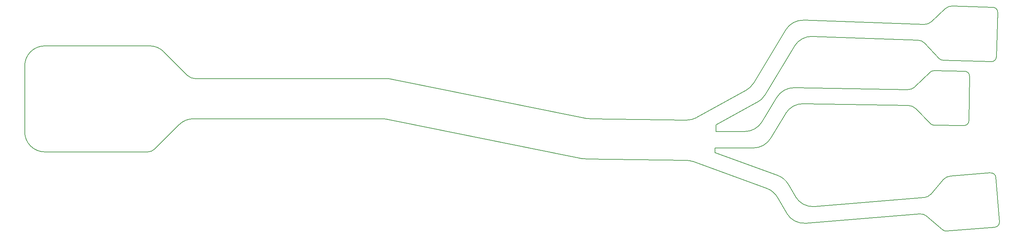
<source format=gbr>
*
G4_C Author: OrCAD GerbTool(tm) 8.1.1 Thu Jun 19 01:59:54 2003*
%LPD*%
%FSLAX34Y34*%
%MOIN*%
%AD*%
%ADD10R,0.050000X0.050000*%
%ADD11C,0.006000*%
%ADD12C,0.019000*%
%ADD13C,0.007900*%
%ADD14C,0.005000*%
%ADD15C,0.000800*%
%ADD16R,0.070000X0.025000*%
%ADD17R,0.068000X0.023000*%
%ADD18C,0.006000*%
%ADD19C,0.009800*%
%ADD20C,0.010000*%
%ADD21C,0.030000*%
%ADD22C,0.060000*%
%ADD23C,0.035000*%
%ADD24C,0.055000*%
%ADD25C,0.062980*%
%ADD26C,0.001000*%
%ADD27C,0.196840*%
G4_C OrCAD GerbTool Tool List *
G54D11*
G1X16900Y37462D2*
G75*
G2X16193Y37755I0J1000D1*
G74*
G1X12921Y30450D2*
G75*
G2X12215Y30157I-707J707D1*
G74*
G1X1997Y30158D2*
G75*
G2X-3Y32159I0J2000D1*
G74*
G1X-3Y38716D1*
G1X1997Y40716D2*
G75*
G3X-3Y38716I0J-2000D1*
G74*
G1X15343Y32873D2*
G1X12921Y30450D1*
G1X16757Y33459D2*
G75*
G3X15343Y32873I0J-2000D1*
G74*
G1X12215Y30158D2*
G1X1997Y30158D1*
G1X1997Y40716D2*
G1X12404Y40716D1*
G1X13818Y40130D2*
G1X16193Y37755D1*
G1X12404Y40716D2*
G75*
G2X13818Y40130I0J-2000D1*
G74*
G1X77384Y43270D2*
G1X89361Y42853D1*
G1X75601Y42305D2*
G75*
G2X77384Y43270I1722J-1040D1*
G74*
G1X78257Y41657D2*
G1X88722Y41292D1*
G1X76475Y40691D2*
G75*
G2X78257Y41657I1722J-1040D1*
G74*
G1X76467Y36557D2*
G1X87748Y36360D1*
G1X74720Y35590D2*
G75*
G2X76467Y36557I1707J-1031D1*
G74*
G1X77351Y34960D2*
G1X87809Y34777D1*
G1X75604Y33993D2*
G75*
G2X77351Y34960I1707J-1031D1*
G74*
G1X78464Y24716D2*
G1X89352Y25611D1*
G1X76568Y25709D2*
G75*
G3X78464Y24716I1736J1003D1*
G74*
G1X77594Y23058D2*
G1X88899Y23987D1*
G1X75699Y24052D2*
G75*
G3X77594Y23058I1736J1002D1*
G74*
G1X75601Y42305D2*
G1X72401Y36999D1*
G1X72401Y36999D2*
G75*
G2X71655Y36281I-1697J1025D1*
G74*
G1X66751Y33574D2*
G1X71655Y36281D1*
G1X65757Y33325D2*
G75*
G3X66751Y33574I28J2020D1*
G74*
G1X73536Y35819D2*
G1X76475Y40691D1*
G1X72790Y35101D2*
G75*
G3X73536Y35819I-969J1755D1*
G74*
G1X66366Y29202D2*
G75*
G3X65710Y29322I-676J-1858D1*
G74*
G1X66366Y29202D2*
G1X73733Y26521D1*
G1X74781Y25641D2*
G1X75699Y24052D1*
G1X73733Y26521D2*
G75*
G2X74781Y25641I-682J-1874D1*
G74*
G1X75863Y26931D2*
G1X76568Y25709D1*
G1X74815Y27811D2*
G75*
G2X75863Y26931I-682J-1874D1*
G74*
G1X68685Y32835D2*
G1X72790Y35101D1*
G1X68685Y32835D2*
G1X68685Y32192D1*
G1X74815Y27811D2*
G1X68579Y30080D1*
G1X68579Y30551D2*
G1X68579Y30080D1*
G1X68685Y32192D2*
G1X71541Y32192D1*
G1X73253Y33159D2*
G1X74720Y35590D1*
G1X71541Y32192D2*
G75*
G3X73253Y33159I0J2002D1*
G74*
G1X68579Y30551D2*
G1X72398Y30551D1*
G1X74111Y31518D2*
G1X75604Y33993D1*
G1X72398Y30551D2*
G75*
G3X74111Y31518I0J2002D1*
G74*
G1X56187Y33459D2*
G1X65757Y33325D1*
G1X55820Y33498D2*
G75*
G3X56187Y33459I387J1915D1*
G74*
G1X65710Y29322D2*
G1X55762Y29461D1*
G1X55762Y29461D2*
G75*
G2X55394Y29500I28J1975D1*
G74*
G1X16901Y37462D2*
G1X35959Y37462D1*
G1X36354Y37423D2*
G1X55820Y33498D1*
G1X35959Y37462D2*
G75*
G2X36354Y37423I0J-1977D1*
G74*
G1X55394Y29500D2*
G1X35954Y33420D1*
G1X35559Y33459D2*
G1X16757Y33459D1*
G1X35954Y33420D2*
G75*
G3X35559Y33459I-395J-1957D1*
G74*
G1X89422Y40976D2*
G75*
G3X88724Y41291I-729J-685D1*
G74*
G1X96670Y44045D2*
G75*
G3X96186Y44561I-500J16D1*
G74*
G1X89422Y40976D2*
G1X90855Y39449D1*
G75*
G3X91204Y39291I365J343D1*
G74*
G1X96016Y39140D1*
G1X96531Y39624D2*
G1X96670Y44045D1*
G1X96016Y39140D2*
G75*
G3X96531Y39624I16J500D1*
G74*
G1X90075Y43124D2*
G75*
G2X89359Y42854I-685J729D1*
G74*
G1X90075Y43124D2*
G1X91451Y44417D1*
G1X92167Y44687D2*
G1X96186Y44561D1*
G1X91451Y44417D2*
G75*
G2X92167Y44687I685J-729D1*
G74*
G1X88515Y34474D2*
G75*
G3X87812Y34777I-717J-697D1*
G74*
G1X88456Y36643D2*
G75*
G2X87745Y36360I-697J717D1*
G74*
G1X93868Y37691D2*
G75*
G3X93375Y38198I-500J7D1*
G74*
G1X90309Y38240D1*
G1X89954Y38099D2*
G1X88456Y36643D1*
G1X90309Y38240D2*
G75*
G3X89954Y38099I-7J-500D1*
G74*
G1X88515Y34474D2*
G1X89977Y32971D1*
G75*
G3X90328Y32820I359J349D1*
G74*
G1X93300Y32778D1*
G1X93807Y33271D2*
G1X93868Y37691D1*
G1X93300Y32778D2*
G75*
G3X93807Y33271I7J500D1*
G74*
G1X89624Y23751D2*
G75*
G3X88895Y23987I-648J-761D1*
G74*
G1X96485Y27610D2*
G75*
G3X95946Y28068I-499J-40D1*
G74*
G1X89624Y23751D2*
G1X91218Y22394D1*
G75*
G3X91582Y22276I325J381D1*
G74*
G1X96381Y22662D1*
G1X96839Y23200D2*
G1X96485Y27610D1*
G1X96381Y22662D2*
G75*
G3X96839Y23200I-40J498D1*
G74*
G1X90033Y25959D2*
G75*
G2X89352Y25610I-761J648D1*
G74*
G1X90033Y25959D2*
G1X91257Y27397D1*
G1X91938Y27746D2*
G1X95946Y28068D1*
G1X91257Y27397D2*
G75*
G2X91938Y27746I761J-648D1*
G74*
M2*

</source>
